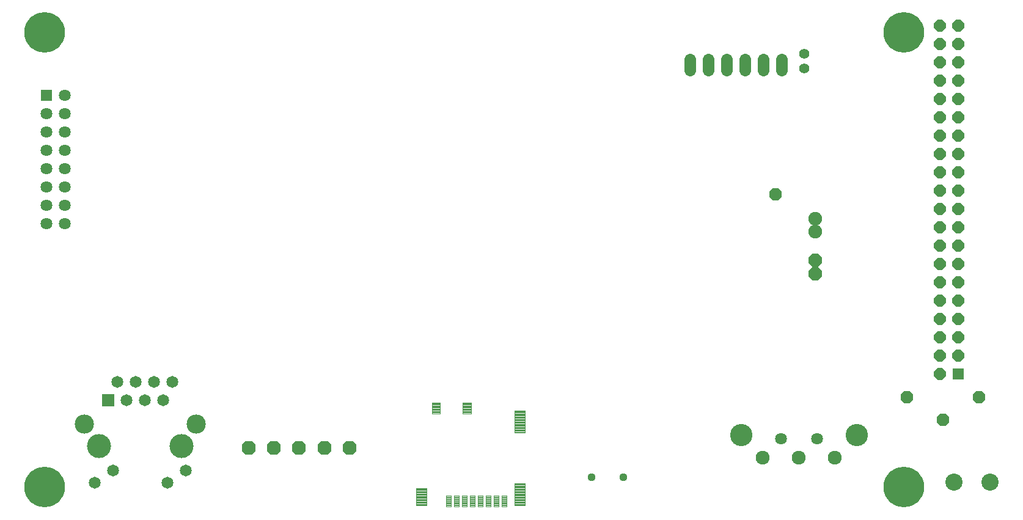
<source format=gbs>
G75*
%MOIN*%
%OFA0B0*%
%FSLAX25Y25*%
%IPPOS*%
%LPD*%
%AMOC8*
5,1,8,0,0,1.08239X$1,22.5*
%
%ADD10OC8,0.06996*%
%ADD11R,0.06406X0.06406*%
%ADD12OC8,0.06406*%
%ADD13C,0.06406*%
%ADD14OC8,0.07587*%
%ADD15C,0.07587*%
%ADD16C,0.12161*%
%ADD17C,0.00488*%
%ADD18C,0.00435*%
%ADD19C,0.00435*%
%ADD20C,0.06500*%
%ADD21R,0.06500X0.06500*%
%ADD22C,0.13098*%
%ADD23C,0.10500*%
%ADD24C,0.04437*%
%ADD25C,0.09358*%
%ADD26C,0.06406*%
%ADD27C,0.05500*%
%ADD28C,0.07500*%
%ADD29OC8,0.07500*%
%ADD30C,0.22154*%
D10*
X0466228Y0328399D03*
X0537943Y0217849D03*
X0557628Y0205251D03*
X0577314Y0217849D03*
D11*
X0565912Y0230547D03*
X0068628Y0382299D03*
D12*
X0555912Y0380547D03*
X0555912Y0370547D03*
X0555912Y0360547D03*
X0555912Y0350547D03*
X0555912Y0340547D03*
X0565912Y0340547D03*
X0565912Y0350547D03*
X0565912Y0360547D03*
X0565912Y0370547D03*
X0565912Y0380547D03*
X0565912Y0390547D03*
X0555912Y0390547D03*
X0555912Y0400547D03*
X0565912Y0400547D03*
X0565912Y0410547D03*
X0555912Y0410547D03*
X0555912Y0420547D03*
X0565912Y0420547D03*
X0565912Y0330547D03*
X0565912Y0320547D03*
X0565912Y0310547D03*
X0565912Y0300547D03*
X0565912Y0290547D03*
X0565912Y0280547D03*
X0565912Y0270547D03*
X0555912Y0270547D03*
X0555912Y0280547D03*
X0555912Y0290547D03*
X0555912Y0300547D03*
X0555912Y0310547D03*
X0555912Y0320547D03*
X0555912Y0330547D03*
X0555912Y0260547D03*
X0555912Y0250547D03*
X0555912Y0240547D03*
X0555912Y0230547D03*
X0565912Y0240547D03*
X0565912Y0250547D03*
X0565912Y0260547D03*
D13*
X0488983Y0194957D03*
X0469298Y0194957D03*
X0078628Y0312299D03*
X0068628Y0312299D03*
X0068628Y0322299D03*
X0078628Y0322299D03*
X0078628Y0332299D03*
X0068628Y0332299D03*
X0068628Y0342299D03*
X0078628Y0342299D03*
X0078628Y0352299D03*
X0068628Y0352299D03*
X0068628Y0362299D03*
X0078628Y0362299D03*
X0078628Y0372299D03*
X0068628Y0372299D03*
X0078628Y0382299D03*
D14*
X0178943Y0190232D03*
X0192723Y0190232D03*
X0206502Y0190232D03*
X0220282Y0190232D03*
X0234062Y0190232D03*
D15*
X0459455Y0184720D03*
X0479140Y0184720D03*
X0498825Y0184720D03*
D16*
X0510636Y0196925D03*
X0447644Y0196925D03*
D17*
X0319698Y0164057D02*
X0316930Y0164057D01*
X0319698Y0164057D02*
X0319698Y0158139D01*
X0316930Y0158139D01*
X0316930Y0164057D01*
X0316930Y0158626D02*
X0319698Y0158626D01*
X0319698Y0159113D02*
X0316930Y0159113D01*
X0316930Y0159600D02*
X0319698Y0159600D01*
X0319698Y0160087D02*
X0316930Y0160087D01*
X0316930Y0160574D02*
X0319698Y0160574D01*
X0319698Y0161061D02*
X0316930Y0161061D01*
X0316930Y0161548D02*
X0319698Y0161548D01*
X0319698Y0162035D02*
X0316930Y0162035D01*
X0316930Y0162522D02*
X0319698Y0162522D01*
X0319698Y0163009D02*
X0316930Y0163009D01*
X0316930Y0163496D02*
X0319698Y0163496D01*
X0319698Y0163983D02*
X0316930Y0163983D01*
X0315367Y0164057D02*
X0312599Y0164057D01*
X0315367Y0164057D02*
X0315367Y0158139D01*
X0312599Y0158139D01*
X0312599Y0164057D01*
X0312599Y0158626D02*
X0315367Y0158626D01*
X0315367Y0159113D02*
X0312599Y0159113D01*
X0312599Y0159600D02*
X0315367Y0159600D01*
X0315367Y0160087D02*
X0312599Y0160087D01*
X0312599Y0160574D02*
X0315367Y0160574D01*
X0315367Y0161061D02*
X0312599Y0161061D01*
X0312599Y0161548D02*
X0315367Y0161548D01*
X0315367Y0162035D02*
X0312599Y0162035D01*
X0312599Y0162522D02*
X0315367Y0162522D01*
X0315367Y0163009D02*
X0312599Y0163009D01*
X0312599Y0163496D02*
X0315367Y0163496D01*
X0315367Y0163983D02*
X0312599Y0163983D01*
X0311036Y0164057D02*
X0308268Y0164057D01*
X0311036Y0164057D02*
X0311036Y0158139D01*
X0308268Y0158139D01*
X0308268Y0164057D01*
X0308268Y0158626D02*
X0311036Y0158626D01*
X0311036Y0159113D02*
X0308268Y0159113D01*
X0308268Y0159600D02*
X0311036Y0159600D01*
X0311036Y0160087D02*
X0308268Y0160087D01*
X0308268Y0160574D02*
X0311036Y0160574D01*
X0311036Y0161061D02*
X0308268Y0161061D01*
X0308268Y0161548D02*
X0311036Y0161548D01*
X0311036Y0162035D02*
X0308268Y0162035D01*
X0308268Y0162522D02*
X0311036Y0162522D01*
X0311036Y0163009D02*
X0308268Y0163009D01*
X0308268Y0163496D02*
X0311036Y0163496D01*
X0311036Y0163983D02*
X0308268Y0163983D01*
X0306705Y0164057D02*
X0303937Y0164057D01*
X0306705Y0164057D02*
X0306705Y0158139D01*
X0303937Y0158139D01*
X0303937Y0164057D01*
X0303937Y0158626D02*
X0306705Y0158626D01*
X0306705Y0159113D02*
X0303937Y0159113D01*
X0303937Y0159600D02*
X0306705Y0159600D01*
X0306705Y0160087D02*
X0303937Y0160087D01*
X0303937Y0160574D02*
X0306705Y0160574D01*
X0306705Y0161061D02*
X0303937Y0161061D01*
X0303937Y0161548D02*
X0306705Y0161548D01*
X0306705Y0162035D02*
X0303937Y0162035D01*
X0303937Y0162522D02*
X0306705Y0162522D01*
X0306705Y0163009D02*
X0303937Y0163009D01*
X0303937Y0163496D02*
X0306705Y0163496D01*
X0306705Y0163983D02*
X0303937Y0163983D01*
X0302375Y0164057D02*
X0299607Y0164057D01*
X0302375Y0164057D02*
X0302375Y0158139D01*
X0299607Y0158139D01*
X0299607Y0164057D01*
X0299607Y0158626D02*
X0302375Y0158626D01*
X0302375Y0159113D02*
X0299607Y0159113D01*
X0299607Y0159600D02*
X0302375Y0159600D01*
X0302375Y0160087D02*
X0299607Y0160087D01*
X0299607Y0160574D02*
X0302375Y0160574D01*
X0302375Y0161061D02*
X0299607Y0161061D01*
X0299607Y0161548D02*
X0302375Y0161548D01*
X0302375Y0162035D02*
X0299607Y0162035D01*
X0299607Y0162522D02*
X0302375Y0162522D01*
X0302375Y0163009D02*
X0299607Y0163009D01*
X0299607Y0163496D02*
X0302375Y0163496D01*
X0302375Y0163983D02*
X0299607Y0163983D01*
X0298044Y0164057D02*
X0295276Y0164057D01*
X0298044Y0164057D02*
X0298044Y0158139D01*
X0295276Y0158139D01*
X0295276Y0164057D01*
X0295276Y0158626D02*
X0298044Y0158626D01*
X0298044Y0159113D02*
X0295276Y0159113D01*
X0295276Y0159600D02*
X0298044Y0159600D01*
X0298044Y0160087D02*
X0295276Y0160087D01*
X0295276Y0160574D02*
X0298044Y0160574D01*
X0298044Y0161061D02*
X0295276Y0161061D01*
X0295276Y0161548D02*
X0298044Y0161548D01*
X0298044Y0162035D02*
X0295276Y0162035D01*
X0295276Y0162522D02*
X0298044Y0162522D01*
X0298044Y0163009D02*
X0295276Y0163009D01*
X0295276Y0163496D02*
X0298044Y0163496D01*
X0298044Y0163983D02*
X0295276Y0163983D01*
X0293713Y0164057D02*
X0290945Y0164057D01*
X0293713Y0164057D02*
X0293713Y0158139D01*
X0290945Y0158139D01*
X0290945Y0164057D01*
X0290945Y0158626D02*
X0293713Y0158626D01*
X0293713Y0159113D02*
X0290945Y0159113D01*
X0290945Y0159600D02*
X0293713Y0159600D01*
X0293713Y0160087D02*
X0290945Y0160087D01*
X0290945Y0160574D02*
X0293713Y0160574D01*
X0293713Y0161061D02*
X0290945Y0161061D01*
X0290945Y0161548D02*
X0293713Y0161548D01*
X0293713Y0162035D02*
X0290945Y0162035D01*
X0290945Y0162522D02*
X0293713Y0162522D01*
X0293713Y0163009D02*
X0290945Y0163009D01*
X0290945Y0163496D02*
X0293713Y0163496D01*
X0293713Y0163983D02*
X0290945Y0163983D01*
X0289383Y0164057D02*
X0286615Y0164057D01*
X0289383Y0164057D02*
X0289383Y0158139D01*
X0286615Y0158139D01*
X0286615Y0164057D01*
X0286615Y0158626D02*
X0289383Y0158626D01*
X0289383Y0159113D02*
X0286615Y0159113D01*
X0286615Y0159600D02*
X0289383Y0159600D01*
X0289383Y0160087D02*
X0286615Y0160087D01*
X0286615Y0160574D02*
X0289383Y0160574D01*
X0289383Y0161061D02*
X0286615Y0161061D01*
X0286615Y0161548D02*
X0289383Y0161548D01*
X0289383Y0162035D02*
X0286615Y0162035D01*
X0286615Y0162522D02*
X0289383Y0162522D01*
X0289383Y0163009D02*
X0286615Y0163009D01*
X0286615Y0163496D02*
X0289383Y0163496D01*
X0289383Y0163983D02*
X0286615Y0163983D01*
D18*
X0276122Y0167922D02*
X0270348Y0167922D01*
X0276122Y0167922D02*
X0276122Y0158684D01*
X0270348Y0158684D01*
X0270348Y0167922D01*
X0270348Y0159118D02*
X0276122Y0159118D01*
X0276122Y0159552D02*
X0270348Y0159552D01*
X0270348Y0159986D02*
X0276122Y0159986D01*
X0276122Y0160420D02*
X0270348Y0160420D01*
X0270348Y0160854D02*
X0276122Y0160854D01*
X0276122Y0161288D02*
X0270348Y0161288D01*
X0270348Y0161722D02*
X0276122Y0161722D01*
X0276122Y0162156D02*
X0270348Y0162156D01*
X0270348Y0162590D02*
X0276122Y0162590D01*
X0276122Y0163024D02*
X0270348Y0163024D01*
X0270348Y0163458D02*
X0276122Y0163458D01*
X0276122Y0163892D02*
X0270348Y0163892D01*
X0270348Y0164326D02*
X0276122Y0164326D01*
X0276122Y0164760D02*
X0270348Y0164760D01*
X0270348Y0165194D02*
X0276122Y0165194D01*
X0276122Y0165628D02*
X0270348Y0165628D01*
X0270348Y0166062D02*
X0276122Y0166062D01*
X0276122Y0166496D02*
X0270348Y0166496D01*
X0270348Y0166930D02*
X0276122Y0166930D01*
X0276122Y0167364D02*
X0270348Y0167364D01*
X0270348Y0167798D02*
X0276122Y0167798D01*
X0323891Y0170580D02*
X0329665Y0170580D01*
X0329665Y0158704D01*
X0323891Y0158704D01*
X0323891Y0170580D01*
X0323891Y0159138D02*
X0329665Y0159138D01*
X0329665Y0159572D02*
X0323891Y0159572D01*
X0323891Y0160006D02*
X0329665Y0160006D01*
X0329665Y0160440D02*
X0323891Y0160440D01*
X0323891Y0160874D02*
X0329665Y0160874D01*
X0329665Y0161308D02*
X0323891Y0161308D01*
X0323891Y0161742D02*
X0329665Y0161742D01*
X0329665Y0162176D02*
X0323891Y0162176D01*
X0323891Y0162610D02*
X0329665Y0162610D01*
X0329665Y0163044D02*
X0323891Y0163044D01*
X0323891Y0163478D02*
X0329665Y0163478D01*
X0329665Y0163912D02*
X0323891Y0163912D01*
X0323891Y0164346D02*
X0329665Y0164346D01*
X0329665Y0164780D02*
X0323891Y0164780D01*
X0323891Y0165214D02*
X0329665Y0165214D01*
X0329665Y0165648D02*
X0323891Y0165648D01*
X0323891Y0166082D02*
X0329665Y0166082D01*
X0329665Y0166516D02*
X0323891Y0166516D01*
X0323891Y0166950D02*
X0329665Y0166950D01*
X0329665Y0167384D02*
X0323891Y0167384D01*
X0323891Y0167818D02*
X0329665Y0167818D01*
X0329665Y0168252D02*
X0323891Y0168252D01*
X0323891Y0168686D02*
X0329665Y0168686D01*
X0329665Y0169120D02*
X0323891Y0169120D01*
X0323891Y0169554D02*
X0329665Y0169554D01*
X0329665Y0169988D02*
X0323891Y0169988D01*
X0323891Y0170422D02*
X0329665Y0170422D01*
X0329665Y0210344D02*
X0323891Y0210344D01*
X0329665Y0210344D02*
X0329665Y0198468D01*
X0323891Y0198468D01*
X0323891Y0210344D01*
X0323891Y0198902D02*
X0329665Y0198902D01*
X0329665Y0199336D02*
X0323891Y0199336D01*
X0323891Y0199770D02*
X0329665Y0199770D01*
X0329665Y0200204D02*
X0323891Y0200204D01*
X0323891Y0200638D02*
X0329665Y0200638D01*
X0329665Y0201072D02*
X0323891Y0201072D01*
X0323891Y0201506D02*
X0329665Y0201506D01*
X0329665Y0201940D02*
X0323891Y0201940D01*
X0323891Y0202374D02*
X0329665Y0202374D01*
X0329665Y0202808D02*
X0323891Y0202808D01*
X0323891Y0203242D02*
X0329665Y0203242D01*
X0329665Y0203676D02*
X0323891Y0203676D01*
X0323891Y0204110D02*
X0329665Y0204110D01*
X0329665Y0204544D02*
X0323891Y0204544D01*
X0323891Y0204978D02*
X0329665Y0204978D01*
X0329665Y0205412D02*
X0323891Y0205412D01*
X0323891Y0205846D02*
X0329665Y0205846D01*
X0329665Y0206280D02*
X0323891Y0206280D01*
X0323891Y0206714D02*
X0329665Y0206714D01*
X0329665Y0207148D02*
X0323891Y0207148D01*
X0323891Y0207582D02*
X0329665Y0207582D01*
X0329665Y0208016D02*
X0323891Y0208016D01*
X0323891Y0208450D02*
X0329665Y0208450D01*
X0329665Y0208884D02*
X0323891Y0208884D01*
X0323891Y0209318D02*
X0329665Y0209318D01*
X0329665Y0209752D02*
X0323891Y0209752D01*
X0323891Y0210186D02*
X0329665Y0210186D01*
D19*
X0300236Y0214872D02*
X0295840Y0214872D01*
X0300236Y0214872D02*
X0300236Y0208900D01*
X0295840Y0208900D01*
X0295840Y0214872D01*
X0295840Y0209334D02*
X0300236Y0209334D01*
X0300236Y0209768D02*
X0295840Y0209768D01*
X0295840Y0210202D02*
X0300236Y0210202D01*
X0300236Y0210636D02*
X0295840Y0210636D01*
X0295840Y0211070D02*
X0300236Y0211070D01*
X0300236Y0211504D02*
X0295840Y0211504D01*
X0295840Y0211938D02*
X0300236Y0211938D01*
X0300236Y0212372D02*
X0295840Y0212372D01*
X0295840Y0212806D02*
X0300236Y0212806D01*
X0300236Y0213240D02*
X0295840Y0213240D01*
X0295840Y0213674D02*
X0300236Y0213674D01*
X0300236Y0214108D02*
X0295840Y0214108D01*
X0295840Y0214542D02*
X0300236Y0214542D01*
X0283307Y0214872D02*
X0278911Y0214872D01*
X0283307Y0214872D02*
X0283307Y0208900D01*
X0278911Y0208900D01*
X0278911Y0214872D01*
X0278911Y0209334D02*
X0283307Y0209334D01*
X0283307Y0209768D02*
X0278911Y0209768D01*
X0278911Y0210202D02*
X0283307Y0210202D01*
X0283307Y0210636D02*
X0278911Y0210636D01*
X0278911Y0211070D02*
X0283307Y0211070D01*
X0283307Y0211504D02*
X0278911Y0211504D01*
X0278911Y0211938D02*
X0283307Y0211938D01*
X0283307Y0212372D02*
X0278911Y0212372D01*
X0278911Y0212806D02*
X0283307Y0212806D01*
X0283307Y0213240D02*
X0278911Y0213240D01*
X0278911Y0213674D02*
X0283307Y0213674D01*
X0283307Y0214108D02*
X0278911Y0214108D01*
X0278911Y0214542D02*
X0283307Y0214542D01*
D20*
X0144790Y0177909D03*
X0134790Y0171217D03*
X0104987Y0177909D03*
X0094987Y0171217D03*
X0112388Y0216217D03*
X0122388Y0216217D03*
X0132388Y0216217D03*
X0127388Y0226217D03*
X0137388Y0226217D03*
X0117388Y0226217D03*
X0107388Y0226217D03*
D21*
X0102388Y0216217D03*
D22*
X0097388Y0191217D03*
X0142388Y0191217D03*
D23*
X0150400Y0203224D03*
X0089377Y0203224D03*
D24*
X0366148Y0174091D03*
X0383471Y0174091D03*
D25*
X0563786Y0171335D03*
X0583471Y0171335D03*
D26*
X0469678Y0396146D02*
X0469678Y0402052D01*
X0459678Y0402052D02*
X0459678Y0396146D01*
X0449678Y0396146D02*
X0449678Y0402052D01*
X0439678Y0402052D02*
X0439678Y0396146D01*
X0429678Y0396146D02*
X0429678Y0402052D01*
X0419678Y0402052D02*
X0419678Y0396146D01*
D27*
X0482028Y0397062D03*
X0482028Y0404936D03*
D28*
X0488178Y0315160D03*
X0488178Y0308073D03*
D29*
X0488178Y0292325D03*
X0488178Y0285239D03*
D30*
X0067723Y0168579D03*
X0067723Y0416610D03*
X0536227Y0416610D03*
X0536227Y0168579D03*
M02*

</source>
